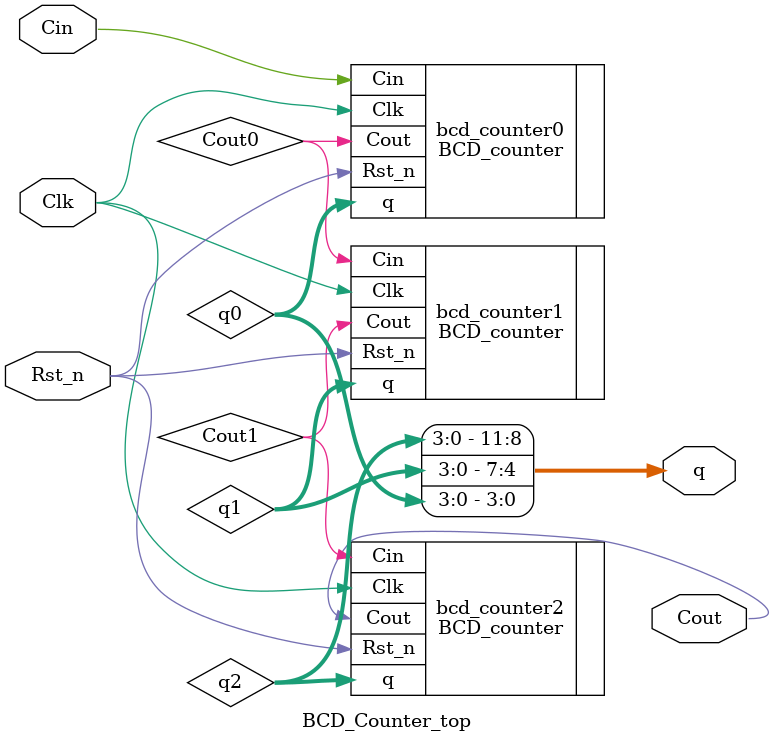
<source format=v>
module BCD_Counter_top(Clk,Cin,Rst_n,Cout,q);

input Clk;//计数器基准时钟
input Cin;//计数器进位输入
input Rst_n;//系统复位

output Cout;//计数器进位输出
output [11:0] q;//计数值输出
wire [3:0]q0,q1,q2;

assign q = {q2,q1,q0};
reg [3:0] cnt;
wire Cout0,Cout1;
BCD_counter bcd_counter0(.Clk(Clk),.Cin(Cin),.Rst_n(Rst_n),.Cout(Cout0),.q(q0)); 

BCD_counter bcd_counter1(.Clk(Clk),.Cin(Cout0),.Rst_n(Rst_n),.Cout(Cout1),.q(q1));

BCD_counter bcd_counter2(.Clk(Clk),.Cin(Cout1),.Rst_n(Rst_n),.Cout(Cout),.q(q2));


endmodule
</source>
